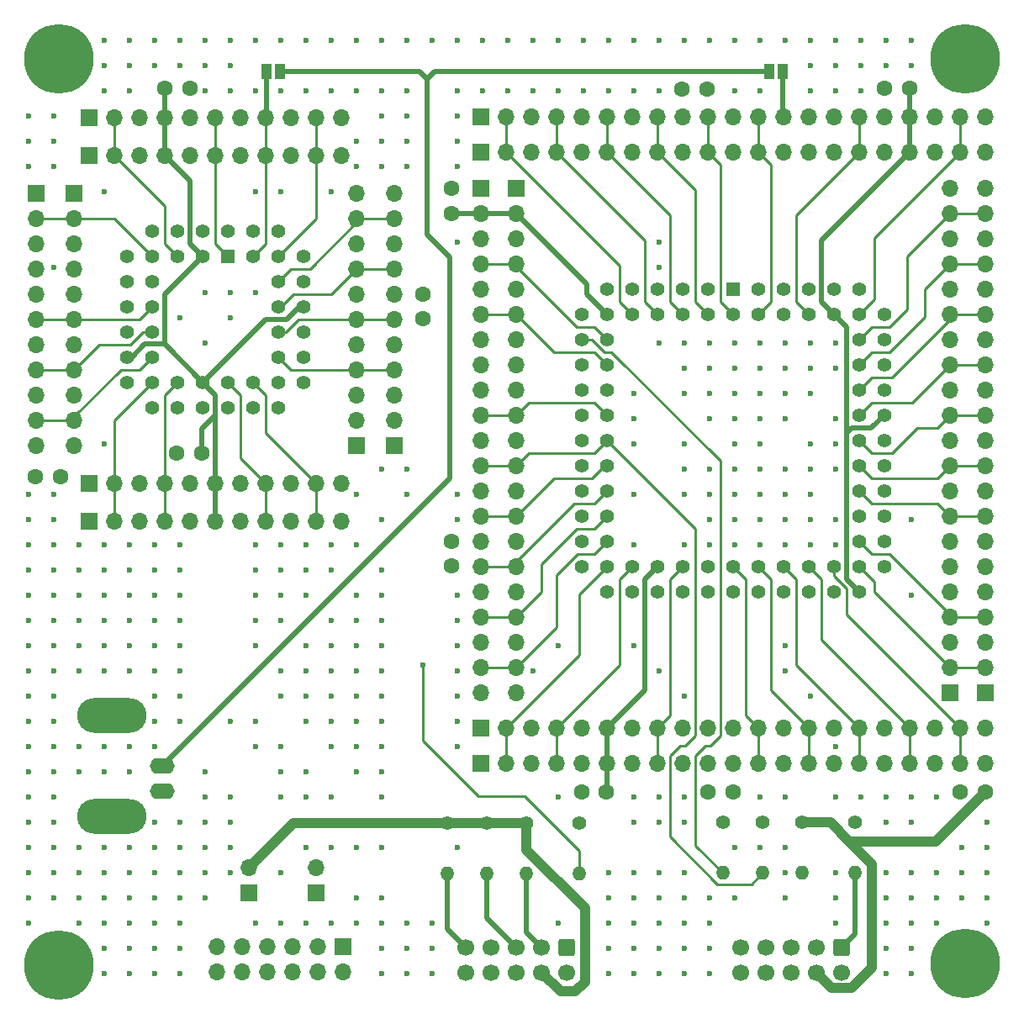
<source format=gbl>
G04 #@! TF.GenerationSoftware,KiCad,Pcbnew,8.0.3+1*
G04 #@! TF.CreationDate,2024-08-08T21:54:26+02:00*
G04 #@! TF.ProjectId,EpmDevBoard,45706d44-6576-4426-9f61-72642e6b6963,rev?*
G04 #@! TF.SameCoordinates,Original*
G04 #@! TF.FileFunction,Copper,L4,Bot*
G04 #@! TF.FilePolarity,Positive*
%FSLAX46Y46*%
G04 Gerber Fmt 4.6, Leading zero omitted, Abs format (unit mm)*
G04 Created by KiCad (PCBNEW 8.0.3+1) date 2024-08-08 21:54:26*
%MOMM*%
%LPD*%
G01*
G04 APERTURE LIST*
G04 Aperture macros list*
%AMRoundRect*
0 Rectangle with rounded corners*
0 $1 Rounding radius*
0 $2 $3 $4 $5 $6 $7 $8 $9 X,Y pos of 4 corners*
0 Add a 4 corners polygon primitive as box body*
4,1,4,$2,$3,$4,$5,$6,$7,$8,$9,$2,$3,0*
0 Add four circle primitives for the rounded corners*
1,1,$1+$1,$2,$3*
1,1,$1+$1,$4,$5*
1,1,$1+$1,$6,$7*
1,1,$1+$1,$8,$9*
0 Add four rect primitives between the rounded corners*
20,1,$1+$1,$2,$3,$4,$5,0*
20,1,$1+$1,$4,$5,$6,$7,0*
20,1,$1+$1,$6,$7,$8,$9,0*
20,1,$1+$1,$8,$9,$2,$3,0*%
G04 Aperture macros list end*
G04 #@! TA.AperFunction,ComponentPad*
%ADD10O,1.700000X1.700000*%
G04 #@! TD*
G04 #@! TA.AperFunction,ComponentPad*
%ADD11R,1.700000X1.700000*%
G04 #@! TD*
G04 #@! TA.AperFunction,ComponentPad*
%ADD12O,1.400000X1.400000*%
G04 #@! TD*
G04 #@! TA.AperFunction,ComponentPad*
%ADD13C,1.400000*%
G04 #@! TD*
G04 #@! TA.AperFunction,ComponentPad*
%ADD14C,7.000000*%
G04 #@! TD*
G04 #@! TA.AperFunction,ComponentPad*
%ADD15C,1.422400*%
G04 #@! TD*
G04 #@! TA.AperFunction,ComponentPad*
%ADD16R,1.422400X1.422400*%
G04 #@! TD*
G04 #@! TA.AperFunction,ComponentPad*
%ADD17C,1.600000*%
G04 #@! TD*
G04 #@! TA.AperFunction,ComponentPad*
%ADD18C,1.700000*%
G04 #@! TD*
G04 #@! TA.AperFunction,ComponentPad*
%ADD19RoundRect,0.250000X-0.600000X0.600000X-0.600000X-0.600000X0.600000X-0.600000X0.600000X0.600000X0*%
G04 #@! TD*
G04 #@! TA.AperFunction,ComponentPad*
%ADD20O,7.000000X3.500000*%
G04 #@! TD*
G04 #@! TA.AperFunction,ComponentPad*
%ADD21O,2.500000X1.600000*%
G04 #@! TD*
G04 #@! TA.AperFunction,SMDPad,CuDef*
%ADD22R,1.000000X1.500000*%
G04 #@! TD*
G04 #@! TA.AperFunction,ViaPad*
%ADD23C,0.600000*%
G04 #@! TD*
G04 #@! TA.AperFunction,Conductor*
%ADD24C,0.250000*%
G04 #@! TD*
G04 #@! TA.AperFunction,Conductor*
%ADD25C,0.500000*%
G04 #@! TD*
G04 #@! TA.AperFunction,Conductor*
%ADD26C,1.000000*%
G04 #@! TD*
G04 APERTURE END LIST*
D10*
X73406000Y-162418500D03*
D11*
X73406000Y-164958500D03*
D10*
X70206000Y-172933500D03*
X70206000Y-170393500D03*
X72746000Y-172933500D03*
X72746000Y-170393500D03*
X75286000Y-172933500D03*
X75286000Y-170393500D03*
X77826000Y-172933500D03*
X77826000Y-170393500D03*
X80366000Y-172933500D03*
X80366000Y-170393500D03*
X82906000Y-172933500D03*
D11*
X82906000Y-170393500D03*
D12*
X129131000Y-162953500D03*
D13*
X129131000Y-157873500D03*
D10*
X100296000Y-144762800D03*
X100296000Y-142222800D03*
X100296000Y-139682800D03*
X100296000Y-137142800D03*
X100296000Y-134602800D03*
X100296000Y-132062800D03*
X100296000Y-129522800D03*
X100296000Y-126982800D03*
X100296000Y-124442800D03*
X100296000Y-121902800D03*
X100296000Y-119362800D03*
X100296000Y-116822800D03*
X100296000Y-114282800D03*
X100296000Y-111742800D03*
X100296000Y-109202800D03*
X100296000Y-106662800D03*
X100296000Y-104122800D03*
X100296000Y-101582800D03*
X100296000Y-99042800D03*
X100296000Y-96502800D03*
D11*
X100296000Y-93962800D03*
D10*
X55810000Y-119865000D03*
X55810000Y-117325000D03*
X55810000Y-114785000D03*
X55810000Y-112245000D03*
X55810000Y-109705000D03*
X55810000Y-107165000D03*
X55810000Y-104625000D03*
X55810000Y-102085000D03*
X55810000Y-99545000D03*
X55810000Y-97005000D03*
D11*
X55810000Y-94465000D03*
D14*
X54300000Y-81000000D03*
D15*
X71304000Y-98275000D03*
X73844000Y-100815000D03*
X73844000Y-98275000D03*
X76384000Y-100815000D03*
X76384000Y-98275000D03*
X78924000Y-100815000D03*
X76384000Y-103355000D03*
X78924000Y-103355000D03*
X76384000Y-105895000D03*
X78924000Y-105895000D03*
X76384000Y-108435000D03*
X78924000Y-108435000D03*
X76384000Y-110975000D03*
X78924000Y-110975000D03*
X76384000Y-113515000D03*
X78924000Y-113515000D03*
X76384000Y-116055000D03*
X73844000Y-113515000D03*
X73844000Y-116055000D03*
X71304000Y-113515000D03*
X71304000Y-116055000D03*
X68764000Y-113515000D03*
X68764000Y-116055000D03*
X66224000Y-113515000D03*
X66224000Y-116055000D03*
X63684000Y-113515000D03*
X63684000Y-116055000D03*
X61144000Y-113515000D03*
X63684000Y-110975000D03*
X61144000Y-110975000D03*
X63684000Y-108435000D03*
X61144000Y-108435000D03*
X63684000Y-105895000D03*
X61144000Y-105895000D03*
X63684000Y-103355000D03*
X61144000Y-103355000D03*
X63684000Y-100815000D03*
X61144000Y-100815000D03*
X63684000Y-98275000D03*
X66224000Y-100815000D03*
X66224000Y-98275000D03*
X68764000Y-100815000D03*
X68764000Y-98275000D03*
D16*
X71304000Y-100815000D03*
D10*
X82734000Y-90655000D03*
X80194000Y-90655000D03*
X77654000Y-90655000D03*
X75114000Y-90655000D03*
X72574000Y-90655000D03*
X70034000Y-90655000D03*
X67494000Y-90655000D03*
X64954000Y-90655000D03*
X62414000Y-90655000D03*
X59874000Y-90655000D03*
D11*
X57334000Y-90655000D03*
D10*
X147540000Y-93962800D03*
X147540000Y-96502800D03*
X147540000Y-99042800D03*
X147540000Y-101582800D03*
X147540000Y-104122800D03*
X147540000Y-106662800D03*
X147540000Y-109202800D03*
X147540000Y-111742800D03*
X147540000Y-114282800D03*
X147540000Y-116822800D03*
X147540000Y-119362800D03*
X147540000Y-121902800D03*
X147540000Y-124442800D03*
X147540000Y-126982800D03*
X147540000Y-129522800D03*
X147540000Y-132062800D03*
X147540000Y-134602800D03*
X147540000Y-137142800D03*
X147540000Y-139682800D03*
X147540000Y-142222800D03*
D11*
X147540000Y-144762800D03*
D17*
X54400000Y-123025000D03*
X51900000Y-123025000D03*
D14*
X145500000Y-172100000D03*
D17*
X137425000Y-83925000D03*
X139925000Y-83925000D03*
X90932000Y-107125000D03*
X90932000Y-104625000D03*
D10*
X82734000Y-86845000D03*
X80194000Y-86845000D03*
X77654000Y-86845000D03*
X75114000Y-86845000D03*
X72574000Y-86845000D03*
X70034000Y-86845000D03*
X67494000Y-86845000D03*
X64954000Y-86845000D03*
X62414000Y-86845000D03*
X59874000Y-86845000D03*
D11*
X57334000Y-86845000D03*
D12*
X125131000Y-162953500D03*
D13*
X125131000Y-157873500D03*
D10*
X147540000Y-148318800D03*
X145000000Y-148318800D03*
X142460000Y-148318800D03*
X139920000Y-148318800D03*
X137380000Y-148318800D03*
X134840000Y-148318800D03*
X132300000Y-148318800D03*
X129760000Y-148318800D03*
X127220000Y-148318800D03*
X124680000Y-148318800D03*
X122140000Y-148318800D03*
X119600000Y-148318800D03*
X117060000Y-148318800D03*
X114520000Y-148318800D03*
X111980000Y-148318800D03*
X109440000Y-148318800D03*
X106900000Y-148318800D03*
X104360000Y-148318800D03*
X101820000Y-148318800D03*
X99280000Y-148318800D03*
D11*
X96740000Y-148318800D03*
D17*
X119650000Y-154750000D03*
X122150000Y-154750000D03*
D12*
X97381000Y-163013500D03*
D13*
X97381000Y-157933500D03*
D17*
X93800000Y-132025000D03*
X93800000Y-129525000D03*
D12*
X134431000Y-162953500D03*
D13*
X134431000Y-157873500D03*
D10*
X84258000Y-94465000D03*
X84258000Y-97005000D03*
X84258000Y-99545000D03*
X84258000Y-102085000D03*
X84258000Y-104625000D03*
X84258000Y-107165000D03*
X84258000Y-109705000D03*
X84258000Y-112245000D03*
X84258000Y-114785000D03*
X84258000Y-117325000D03*
D11*
X84258000Y-119865000D03*
D10*
X96740000Y-144762800D03*
X96740000Y-142222800D03*
X96740000Y-139682800D03*
X96740000Y-137142800D03*
X96740000Y-134602800D03*
X96740000Y-132062800D03*
X96740000Y-129522800D03*
X96740000Y-126982800D03*
X96740000Y-124442800D03*
X96740000Y-121902800D03*
X96740000Y-119362800D03*
X96740000Y-116822800D03*
X96740000Y-114282800D03*
X96740000Y-111742800D03*
X96740000Y-109202800D03*
X96740000Y-106662800D03*
X96740000Y-104122800D03*
X96740000Y-101582800D03*
X96740000Y-99042800D03*
X96740000Y-96502800D03*
D11*
X96740000Y-93962800D03*
D10*
X147540000Y-86800000D03*
X145000000Y-86800000D03*
X142460000Y-86800000D03*
X139920000Y-86800000D03*
X137380000Y-86800000D03*
X134840000Y-86800000D03*
X132300000Y-86800000D03*
X129760000Y-86800000D03*
X127220000Y-86800000D03*
X124680000Y-86800000D03*
X122140000Y-86800000D03*
X119600000Y-86800000D03*
X117060000Y-86800000D03*
X114520000Y-86800000D03*
X111980000Y-86800000D03*
X109440000Y-86800000D03*
X106900000Y-86800000D03*
X104360000Y-86800000D03*
X101820000Y-86800000D03*
X99280000Y-86800000D03*
D11*
X96740000Y-86800000D03*
D12*
X121131000Y-162953500D03*
D13*
X121131000Y-157873500D03*
D17*
X119550000Y-83975000D03*
X117050000Y-83975000D03*
X67450000Y-83925000D03*
X64950000Y-83925000D03*
X93775000Y-94000000D03*
X93775000Y-96500000D03*
X106925000Y-154775000D03*
X109425000Y-154775000D03*
D10*
X52000000Y-119865000D03*
X52000000Y-117325000D03*
X52000000Y-114785000D03*
X52000000Y-112245000D03*
X52000000Y-109705000D03*
X52000000Y-107165000D03*
X52000000Y-104625000D03*
X52000000Y-102085000D03*
X52000000Y-99545000D03*
X52000000Y-97005000D03*
D11*
X52000000Y-94465000D03*
D14*
X145500000Y-81000000D03*
D12*
X93381000Y-163013500D03*
D13*
X93381000Y-157933500D03*
D12*
X101381000Y-163003500D03*
D13*
X101381000Y-157923500D03*
D10*
X82734000Y-123675000D03*
X80194000Y-123675000D03*
X77654000Y-123675000D03*
X75114000Y-123675000D03*
X72574000Y-123675000D03*
X70034000Y-123675000D03*
X67494000Y-123675000D03*
X64954000Y-123675000D03*
X62414000Y-123675000D03*
X59874000Y-123675000D03*
D11*
X57334000Y-123675000D03*
D15*
X124680000Y-106662800D03*
X124680000Y-104122800D03*
X127220000Y-106662800D03*
X127220000Y-104122800D03*
X129760000Y-106662800D03*
X129760000Y-104122800D03*
X132300000Y-106662800D03*
X132300000Y-104122800D03*
X134840000Y-106662800D03*
X134840000Y-104122800D03*
X137380000Y-106662800D03*
X134840000Y-109202800D03*
X137380000Y-109202800D03*
X134840000Y-111742800D03*
X137380000Y-111742800D03*
X134840000Y-114282800D03*
X137380000Y-114282800D03*
X134840000Y-116822800D03*
X137380000Y-116822800D03*
X134840000Y-119362800D03*
X137380000Y-119362800D03*
X134840000Y-121902800D03*
X137380000Y-121902800D03*
X134840000Y-124442800D03*
X137380000Y-124442800D03*
X134840000Y-126982800D03*
X137380000Y-126982800D03*
X134840000Y-129522800D03*
X137380000Y-129522800D03*
X134840000Y-132062800D03*
X137380000Y-132062800D03*
X134840000Y-134602800D03*
X132300000Y-132062800D03*
X132300000Y-134602800D03*
X129760000Y-132062800D03*
X129760000Y-134602800D03*
X127220000Y-132062800D03*
X127220000Y-134602800D03*
X124680000Y-132062800D03*
X124680000Y-134602800D03*
X122140000Y-132062800D03*
X122140000Y-134602800D03*
X119600000Y-132062800D03*
X119600000Y-134602800D03*
X117060000Y-132062800D03*
X117060000Y-134602800D03*
X114520000Y-132062800D03*
X114520000Y-134602800D03*
X111980000Y-132062800D03*
X111980000Y-134602800D03*
X109440000Y-132062800D03*
X109440000Y-134602800D03*
X106900000Y-132062800D03*
X109440000Y-129522800D03*
X106900000Y-129522800D03*
X109440000Y-126982800D03*
X106900000Y-126982800D03*
X109440000Y-124442800D03*
X106900000Y-124442800D03*
X109440000Y-121902800D03*
X106900000Y-121902800D03*
X109440000Y-119362800D03*
X106900000Y-119362800D03*
X109440000Y-116822800D03*
X106900000Y-116822800D03*
X109440000Y-114282800D03*
X106900000Y-114282800D03*
X109440000Y-111742800D03*
X106900000Y-111742800D03*
X109440000Y-109202800D03*
X106900000Y-109202800D03*
X109440000Y-106662800D03*
X106900000Y-106662800D03*
X109440000Y-104122800D03*
X111980000Y-106662800D03*
X111980000Y-104122800D03*
X114520000Y-106662800D03*
X114520000Y-104122800D03*
X117060000Y-106662800D03*
X117060000Y-104122800D03*
X119600000Y-106662800D03*
X119600000Y-104122800D03*
X122140000Y-106662800D03*
D16*
X122140000Y-104122800D03*
D12*
X106681000Y-163013500D03*
D13*
X106681000Y-157933500D03*
D10*
X80156000Y-162418500D03*
D11*
X80156000Y-164958500D03*
D17*
X66150000Y-120625000D03*
X68650000Y-120625000D03*
D18*
X95256000Y-172983500D03*
X95256000Y-170443500D03*
X97796000Y-172983500D03*
X97796000Y-170443500D03*
X100336000Y-172983500D03*
X100336000Y-170443500D03*
X102876000Y-172983500D03*
X102876000Y-170443500D03*
X105416000Y-172983500D03*
D19*
X105416000Y-170443500D03*
D10*
X88068000Y-94465000D03*
X88068000Y-97005000D03*
X88068000Y-99545000D03*
X88068000Y-102085000D03*
X88068000Y-104625000D03*
X88068000Y-107165000D03*
X88068000Y-109705000D03*
X88068000Y-112245000D03*
X88068000Y-114785000D03*
X88068000Y-117325000D03*
D11*
X88068000Y-119865000D03*
D10*
X143984000Y-93962800D03*
X143984000Y-96502800D03*
X143984000Y-99042800D03*
X143984000Y-101582800D03*
X143984000Y-104122800D03*
X143984000Y-106662800D03*
X143984000Y-109202800D03*
X143984000Y-111742800D03*
X143984000Y-114282800D03*
X143984000Y-116822800D03*
X143984000Y-119362800D03*
X143984000Y-121902800D03*
X143984000Y-124442800D03*
X143984000Y-126982800D03*
X143984000Y-129522800D03*
X143984000Y-132062800D03*
X143984000Y-134602800D03*
X143984000Y-137142800D03*
X143984000Y-139682800D03*
X143984000Y-142222800D03*
D11*
X143984000Y-144762800D03*
D10*
X147540000Y-90356000D03*
X145000000Y-90356000D03*
X142460000Y-90356000D03*
X139920000Y-90356000D03*
X137380000Y-90356000D03*
X134840000Y-90356000D03*
X132300000Y-90356000D03*
X129760000Y-90356000D03*
X127220000Y-90356000D03*
X124680000Y-90356000D03*
X122140000Y-90356000D03*
X119600000Y-90356000D03*
X117060000Y-90356000D03*
X114520000Y-90356000D03*
X111980000Y-90356000D03*
X109440000Y-90356000D03*
X106900000Y-90356000D03*
X104360000Y-90356000D03*
X101820000Y-90356000D03*
X99280000Y-90356000D03*
D11*
X96740000Y-90356000D03*
D18*
X122936000Y-172983500D03*
X122936000Y-170443500D03*
X125476000Y-172983500D03*
X125476000Y-170443500D03*
X128016000Y-172983500D03*
X128016000Y-170443500D03*
X130556000Y-172983500D03*
X130556000Y-170443500D03*
X133096000Y-172983500D03*
D19*
X133096000Y-170443500D03*
D14*
X54300000Y-172200000D03*
D20*
X59645000Y-147066000D03*
D21*
X64725000Y-154686000D03*
D20*
X59645000Y-157226000D03*
D21*
X64725000Y-152146000D03*
D17*
X145050000Y-154800000D03*
X147550000Y-154800000D03*
D10*
X147540000Y-151874800D03*
X145000000Y-151874800D03*
X142460000Y-151874800D03*
X139920000Y-151874800D03*
X137380000Y-151874800D03*
X134840000Y-151874800D03*
X132300000Y-151874800D03*
X129760000Y-151874800D03*
X127220000Y-151874800D03*
X124680000Y-151874800D03*
X122140000Y-151874800D03*
X119600000Y-151874800D03*
X117060000Y-151874800D03*
X114520000Y-151874800D03*
X111980000Y-151874800D03*
X109440000Y-151874800D03*
X106900000Y-151874800D03*
X104360000Y-151874800D03*
X101820000Y-151874800D03*
X99280000Y-151874800D03*
D11*
X96740000Y-151874800D03*
D10*
X82734000Y-127485000D03*
X80194000Y-127485000D03*
X77654000Y-127485000D03*
X75114000Y-127485000D03*
X72574000Y-127485000D03*
X70034000Y-127485000D03*
X67494000Y-127485000D03*
X64954000Y-127485000D03*
X62414000Y-127485000D03*
X59874000Y-127485000D03*
D11*
X57334000Y-127485000D03*
D22*
X76500000Y-82250000D03*
X75200000Y-82250000D03*
X125850000Y-82250000D03*
X127150000Y-82250000D03*
D23*
X147740000Y-168015000D03*
X147740000Y-165475000D03*
X147740000Y-162935000D03*
X147740000Y-160395000D03*
X147740000Y-157855000D03*
X145200000Y-165475000D03*
X145200000Y-162935000D03*
X145200000Y-160395000D03*
X142660000Y-168015000D03*
X142660000Y-165475000D03*
X142660000Y-162935000D03*
X142660000Y-155315000D03*
X140120000Y-173095000D03*
X140120000Y-170555000D03*
X140120000Y-168015000D03*
X140120000Y-165475000D03*
X140120000Y-162935000D03*
X140120000Y-157855000D03*
X140120000Y-155315000D03*
X140120000Y-134995000D03*
X140120000Y-127375000D03*
X140120000Y-81655000D03*
X140120000Y-79115000D03*
X137580000Y-173095000D03*
X137580000Y-170555000D03*
X137580000Y-168015000D03*
X137580000Y-165475000D03*
X137580000Y-162935000D03*
X137580000Y-157855000D03*
X137580000Y-155315000D03*
X137580000Y-81655000D03*
X137580000Y-79115000D03*
X135040000Y-155315000D03*
X135040000Y-84195000D03*
X135040000Y-81655000D03*
X135040000Y-79115000D03*
X132500000Y-168015000D03*
X132500000Y-165475000D03*
X132500000Y-162935000D03*
X132500000Y-155315000D03*
X132500000Y-150235000D03*
X132500000Y-129915000D03*
X132500000Y-127375000D03*
X132500000Y-122295000D03*
X132500000Y-119755000D03*
X132500000Y-117215000D03*
X132500000Y-112135000D03*
X132500000Y-109595000D03*
X132500000Y-84195000D03*
X132500000Y-81655000D03*
X132500000Y-79115000D03*
X129960000Y-145155000D03*
X129960000Y-129915000D03*
X129960000Y-127375000D03*
X129960000Y-124835000D03*
X129960000Y-122295000D03*
X129960000Y-119755000D03*
X129960000Y-114675000D03*
X129960000Y-112135000D03*
X129960000Y-109595000D03*
X129960000Y-84195000D03*
X129960000Y-81655000D03*
X129960000Y-79115000D03*
X127420000Y-165475000D03*
X127420000Y-162935000D03*
X127420000Y-160395000D03*
X127420000Y-155315000D03*
X127420000Y-142615000D03*
X127420000Y-140075000D03*
X127420000Y-129915000D03*
X127420000Y-127375000D03*
X127420000Y-124835000D03*
X127420000Y-122295000D03*
X127420000Y-117215000D03*
X127420000Y-114675000D03*
X127420000Y-112135000D03*
X127420000Y-109595000D03*
X127420000Y-79115000D03*
X124880000Y-160395000D03*
X124880000Y-155315000D03*
X124880000Y-129915000D03*
X124880000Y-127375000D03*
X124880000Y-124835000D03*
X124880000Y-122295000D03*
X124880000Y-119755000D03*
X124880000Y-117215000D03*
X124880000Y-114675000D03*
X124880000Y-112135000D03*
X124880000Y-109595000D03*
X124880000Y-84195000D03*
X124880000Y-79115000D03*
X122340000Y-165475000D03*
X122340000Y-160395000D03*
X122340000Y-129915000D03*
X122340000Y-127375000D03*
X122340000Y-124835000D03*
X122340000Y-122295000D03*
X122340000Y-119755000D03*
X122340000Y-117215000D03*
X122340000Y-114675000D03*
X122340000Y-112135000D03*
X122340000Y-109595000D03*
X122340000Y-84195000D03*
X122340000Y-79115000D03*
X119800000Y-173095000D03*
X119800000Y-170555000D03*
X119800000Y-168015000D03*
X119800000Y-165475000D03*
X119800000Y-129915000D03*
X119800000Y-127375000D03*
X119800000Y-124835000D03*
X119800000Y-122295000D03*
X119800000Y-117215000D03*
X119800000Y-114675000D03*
X119800000Y-112135000D03*
X119800000Y-109595000D03*
X119800000Y-79115000D03*
X117260000Y-173095000D03*
X117260000Y-170555000D03*
X117260000Y-168015000D03*
X117260000Y-165475000D03*
X117260000Y-162935000D03*
X117260000Y-157855000D03*
X117260000Y-155315000D03*
X117260000Y-145155000D03*
X117260000Y-129915000D03*
X117260000Y-124835000D03*
X117260000Y-122295000D03*
X117260000Y-119755000D03*
X117260000Y-114675000D03*
X117260000Y-112135000D03*
X117260000Y-109595000D03*
X117260000Y-79115000D03*
X114720000Y-173095000D03*
X114720000Y-170555000D03*
X114720000Y-168015000D03*
X114720000Y-165475000D03*
X114720000Y-162935000D03*
X114720000Y-157855000D03*
X114720000Y-155315000D03*
X114720000Y-142615000D03*
X114720000Y-109595000D03*
X114720000Y-101975000D03*
X114720000Y-99435000D03*
X114720000Y-84195000D03*
X114720000Y-79115000D03*
X112180000Y-173095000D03*
X112180000Y-170555000D03*
X112180000Y-168015000D03*
X112180000Y-165475000D03*
X112180000Y-162935000D03*
X112180000Y-157855000D03*
X112180000Y-155315000D03*
X112180000Y-140075000D03*
X112180000Y-129915000D03*
X112180000Y-124835000D03*
X112180000Y-119755000D03*
X112180000Y-117215000D03*
X112180000Y-114675000D03*
X112180000Y-84195000D03*
X112180000Y-79115000D03*
X109640000Y-173095000D03*
X109640000Y-170555000D03*
X109640000Y-168015000D03*
X109640000Y-165475000D03*
X109640000Y-162935000D03*
X109640000Y-84195000D03*
X109640000Y-79115000D03*
X107100000Y-84195000D03*
X107100000Y-79115000D03*
X104560000Y-168015000D03*
X104560000Y-155315000D03*
X104560000Y-140075000D03*
X104560000Y-84195000D03*
X104560000Y-79115000D03*
X102020000Y-142615000D03*
X102020000Y-84195000D03*
X102020000Y-79115000D03*
X99480000Y-84195000D03*
X99480000Y-79115000D03*
X96940000Y-84195000D03*
X96940000Y-79115000D03*
X94400000Y-160395000D03*
X94400000Y-150235000D03*
X94400000Y-147695000D03*
X94400000Y-145155000D03*
X94400000Y-142615000D03*
X94400000Y-140075000D03*
X94400000Y-137535000D03*
X94400000Y-134995000D03*
X94400000Y-127375000D03*
X94400000Y-124835000D03*
X94400000Y-99435000D03*
X94400000Y-91815000D03*
X94400000Y-89275000D03*
X94400000Y-86735000D03*
X94400000Y-84195000D03*
X94400000Y-79115000D03*
X91860000Y-173095000D03*
X91860000Y-170555000D03*
X91860000Y-168015000D03*
X91860000Y-79115000D03*
X89320000Y-173095000D03*
X89320000Y-170555000D03*
X89320000Y-168015000D03*
X89320000Y-124835000D03*
X89320000Y-122295000D03*
X89320000Y-91815000D03*
X89320000Y-89275000D03*
X89320000Y-86735000D03*
X89320000Y-84195000D03*
X89320000Y-79115000D03*
X86780000Y-173095000D03*
X86780000Y-170555000D03*
X86780000Y-168015000D03*
X86780000Y-165475000D03*
X86780000Y-160395000D03*
X86780000Y-155315000D03*
X86780000Y-152775000D03*
X86780000Y-150235000D03*
X86780000Y-147695000D03*
X86780000Y-145155000D03*
X86780000Y-142615000D03*
X86780000Y-140075000D03*
X86780000Y-137535000D03*
X86780000Y-134995000D03*
X86780000Y-132455000D03*
X86780000Y-127375000D03*
X86780000Y-122295000D03*
X86780000Y-91815000D03*
X86780000Y-89275000D03*
X86780000Y-86735000D03*
X86780000Y-84195000D03*
X86780000Y-79115000D03*
X84240000Y-168015000D03*
X84240000Y-165475000D03*
X84240000Y-160395000D03*
X84240000Y-152775000D03*
X84240000Y-150235000D03*
X84240000Y-147695000D03*
X84240000Y-145155000D03*
X84240000Y-142615000D03*
X84240000Y-140075000D03*
X84240000Y-137535000D03*
X84240000Y-134995000D03*
X84240000Y-129915000D03*
X84240000Y-124835000D03*
X84240000Y-91815000D03*
X84240000Y-89275000D03*
X84240000Y-84195000D03*
X84240000Y-79115000D03*
X81700000Y-168015000D03*
X81700000Y-160395000D03*
X81700000Y-155315000D03*
X81700000Y-150235000D03*
X81700000Y-147695000D03*
X81700000Y-145155000D03*
X81700000Y-142615000D03*
X81700000Y-140075000D03*
X81700000Y-137535000D03*
X81700000Y-132455000D03*
X81700000Y-129915000D03*
X81700000Y-94355000D03*
X81700000Y-84195000D03*
X81700000Y-79115000D03*
X79160000Y-168015000D03*
X79160000Y-160395000D03*
X79160000Y-155315000D03*
X79160000Y-152775000D03*
X79160000Y-147695000D03*
X79160000Y-145155000D03*
X79160000Y-142615000D03*
X79160000Y-140075000D03*
X79160000Y-134995000D03*
X79160000Y-132455000D03*
X79160000Y-129915000D03*
X79160000Y-84195000D03*
X79160000Y-79115000D03*
X76620000Y-168015000D03*
X76620000Y-162935000D03*
X76620000Y-155315000D03*
X76620000Y-152775000D03*
X76620000Y-150235000D03*
X76620000Y-145155000D03*
X76620000Y-142615000D03*
X76620000Y-137535000D03*
X76620000Y-134995000D03*
X76620000Y-132455000D03*
X76620000Y-129915000D03*
X76620000Y-94355000D03*
X76620000Y-84195000D03*
X76620000Y-79115000D03*
X74080000Y-168015000D03*
X74080000Y-150235000D03*
X74080000Y-147695000D03*
X74080000Y-140075000D03*
X74080000Y-137535000D03*
X74080000Y-134995000D03*
X74080000Y-132455000D03*
X74080000Y-129915000D03*
X74080000Y-104515000D03*
X74080000Y-94355000D03*
X74080000Y-84195000D03*
X74080000Y-79115000D03*
X71540000Y-162935000D03*
X71540000Y-160395000D03*
X71540000Y-157855000D03*
X71540000Y-155315000D03*
X71540000Y-147695000D03*
X71540000Y-107055000D03*
X71540000Y-104515000D03*
X71540000Y-84195000D03*
X71540000Y-81655000D03*
X71540000Y-79115000D03*
X69000000Y-165475000D03*
X69000000Y-162935000D03*
X69000000Y-160395000D03*
X69000000Y-157855000D03*
X69000000Y-155315000D03*
X69000000Y-152775000D03*
X69000000Y-109595000D03*
X69000000Y-104515000D03*
X69000000Y-84195000D03*
X69000000Y-81655000D03*
X69000000Y-79115000D03*
X66460000Y-173095000D03*
X66460000Y-170555000D03*
X66460000Y-168015000D03*
X66460000Y-165475000D03*
X66460000Y-162935000D03*
X66460000Y-160395000D03*
X66460000Y-157855000D03*
X66460000Y-147695000D03*
X66460000Y-145155000D03*
X66460000Y-142615000D03*
X66460000Y-140075000D03*
X66460000Y-137535000D03*
X66460000Y-134995000D03*
X66460000Y-132455000D03*
X66460000Y-129915000D03*
X66460000Y-107055000D03*
X66460000Y-81655000D03*
X66460000Y-79115000D03*
X63920000Y-173095000D03*
X63920000Y-170555000D03*
X63920000Y-168015000D03*
X63920000Y-165475000D03*
X63920000Y-162935000D03*
X63920000Y-160395000D03*
X63920000Y-157855000D03*
X63920000Y-150235000D03*
X63920000Y-147695000D03*
X63920000Y-145155000D03*
X63920000Y-142615000D03*
X63920000Y-140075000D03*
X63920000Y-137535000D03*
X63920000Y-134995000D03*
X63920000Y-132455000D03*
X63920000Y-129915000D03*
X63920000Y-81655000D03*
X63920000Y-79115000D03*
X61380000Y-173095000D03*
X61380000Y-170555000D03*
X61380000Y-168015000D03*
X61380000Y-165475000D03*
X61380000Y-162935000D03*
X61380000Y-160395000D03*
X61380000Y-152775000D03*
X61380000Y-150235000D03*
X61380000Y-142615000D03*
X61380000Y-140075000D03*
X61380000Y-137535000D03*
X61380000Y-134995000D03*
X61380000Y-132455000D03*
X61380000Y-129915000D03*
X61380000Y-84195000D03*
X61380000Y-81655000D03*
X61380000Y-79115000D03*
X58840000Y-173095000D03*
X58840000Y-170555000D03*
X58840000Y-168015000D03*
X58840000Y-165475000D03*
X58840000Y-162935000D03*
X58840000Y-160395000D03*
X58840000Y-152775000D03*
X58840000Y-150235000D03*
X58840000Y-142615000D03*
X58840000Y-140075000D03*
X58840000Y-137535000D03*
X58840000Y-134995000D03*
X58840000Y-132455000D03*
X58840000Y-129915000D03*
X58840000Y-119755000D03*
X58840000Y-94355000D03*
X58840000Y-84195000D03*
X58840000Y-81655000D03*
X58840000Y-79115000D03*
X56300000Y-168015000D03*
X56300000Y-165475000D03*
X56300000Y-162935000D03*
X56300000Y-160395000D03*
X56300000Y-152775000D03*
X56300000Y-150235000D03*
X56300000Y-142615000D03*
X56300000Y-140075000D03*
X56300000Y-137535000D03*
X56300000Y-134995000D03*
X56300000Y-132455000D03*
X56300000Y-129915000D03*
X53760000Y-165475000D03*
X53760000Y-162935000D03*
X53760000Y-160395000D03*
X53760000Y-157855000D03*
X53760000Y-155315000D03*
X53760000Y-152775000D03*
X53760000Y-150235000D03*
X53760000Y-147695000D03*
X53760000Y-145155000D03*
X53760000Y-142615000D03*
X53760000Y-140075000D03*
X53760000Y-137535000D03*
X53760000Y-134995000D03*
X53760000Y-132455000D03*
X53760000Y-129915000D03*
X53760000Y-127375000D03*
X53760000Y-124835000D03*
X53760000Y-101975000D03*
X53760000Y-91815000D03*
X53760000Y-89275000D03*
X53760000Y-86735000D03*
X51220000Y-168015000D03*
X51220000Y-165475000D03*
X51220000Y-162935000D03*
X51220000Y-160395000D03*
X51220000Y-157855000D03*
X51220000Y-155315000D03*
X51220000Y-152775000D03*
X51220000Y-150235000D03*
X51220000Y-147695000D03*
X51220000Y-145155000D03*
X51220000Y-142615000D03*
X51220000Y-140075000D03*
X51220000Y-137535000D03*
X51220000Y-134995000D03*
X51220000Y-132455000D03*
X51220000Y-129915000D03*
X51220000Y-127375000D03*
X51220000Y-124835000D03*
X51220000Y-91815000D03*
X51220000Y-89275000D03*
X51220000Y-86735000D03*
X90932000Y-141986000D03*
D24*
X64954000Y-95735000D02*
X59874000Y-90655000D01*
X64954000Y-99545000D02*
X64954000Y-95735000D01*
X66224000Y-100815000D02*
X64954000Y-99545000D01*
X59874000Y-90655000D02*
X59874000Y-86845000D01*
X71304000Y-100815000D02*
X70034000Y-99545000D01*
X70034000Y-90655000D02*
X70034000Y-86845000D01*
X70034000Y-99545000D02*
X70034000Y-90655000D01*
X80194000Y-97005000D02*
X80194000Y-90655000D01*
X80194000Y-90655000D02*
X80194000Y-86845000D01*
X76384000Y-100815000D02*
X80194000Y-97005000D01*
X55810000Y-97005000D02*
X52000000Y-97005000D01*
X63684000Y-100815000D02*
X59874000Y-97005000D01*
X59874000Y-97005000D02*
X55810000Y-97005000D01*
X55810000Y-117325000D02*
X52000000Y-117325000D01*
X62414000Y-112245000D02*
X60509000Y-112245000D01*
X63684000Y-110975000D02*
X62414000Y-112245000D01*
X60509000Y-112245000D02*
X55810000Y-116944000D01*
X55810000Y-116944000D02*
X55810000Y-117325000D01*
X63684000Y-108435000D02*
X62765000Y-108435000D01*
X62765000Y-108435000D02*
X61495000Y-109705000D01*
X58350000Y-109705000D02*
X55810000Y-112245000D01*
X55810000Y-112245000D02*
X52000000Y-112245000D01*
X61495000Y-109705000D02*
X58350000Y-109705000D01*
X62414000Y-107165000D02*
X55810000Y-107165000D01*
X55810000Y-107165000D02*
X52000000Y-107165000D01*
X63684000Y-105895000D02*
X62414000Y-107165000D01*
X76638000Y-105895000D02*
X77908000Y-104625000D01*
X77908000Y-104625000D02*
X81718000Y-104625000D01*
X76384000Y-105895000D02*
X76638000Y-105895000D01*
X81718000Y-104625000D02*
X84258000Y-102085000D01*
X84258000Y-102085000D02*
X88068000Y-102085000D01*
X77165000Y-108435000D02*
X78435000Y-107165000D01*
X78435000Y-107165000D02*
X84258000Y-107165000D01*
X84258000Y-107165000D02*
X88068000Y-107165000D01*
X76384000Y-108435000D02*
X77165000Y-108435000D01*
X66224000Y-113515000D02*
X64954000Y-114785000D01*
X64954000Y-114785000D02*
X64954000Y-123675000D01*
X64954000Y-127485000D02*
X64954000Y-123675000D01*
X63684000Y-113515000D02*
X59874000Y-117325000D01*
X59874000Y-117325000D02*
X59874000Y-123675000D01*
X59874000Y-123675000D02*
X59874000Y-127485000D01*
X75114000Y-114785000D02*
X75114000Y-118595000D01*
X80194000Y-127485000D02*
X80194000Y-123675000D01*
X73844000Y-113515000D02*
X75114000Y-114785000D01*
X75114000Y-118595000D02*
X80194000Y-123675000D01*
X72574000Y-121135000D02*
X75114000Y-123675000D01*
X75114000Y-123675000D02*
X75114000Y-127485000D01*
X72574000Y-114785000D02*
X72574000Y-121135000D01*
X71304000Y-113515000D02*
X72574000Y-114785000D01*
X128490000Y-105392800D02*
X128490000Y-96706000D01*
X128490000Y-96706000D02*
X134840000Y-90356000D01*
X134840000Y-90356000D02*
X134840000Y-86800000D01*
X129760000Y-106662800D02*
X128490000Y-105392800D01*
X122140000Y-106662800D02*
X120870000Y-105392800D01*
X119600000Y-90356000D02*
X119600000Y-86800000D01*
X120870000Y-91626000D02*
X119600000Y-90356000D01*
X120870000Y-105392800D02*
X120870000Y-91626000D01*
X118330000Y-94166000D02*
X114520000Y-90356000D01*
X118330000Y-105392800D02*
X118330000Y-94166000D01*
X114520000Y-90356000D02*
X114520000Y-86800000D01*
X119600000Y-106662800D02*
X118330000Y-105392800D01*
X124680000Y-106662800D02*
X125950000Y-105392800D01*
X125950000Y-91626000D02*
X124680000Y-90356000D01*
X125950000Y-105392800D02*
X125950000Y-91626000D01*
X124680000Y-90356000D02*
X124680000Y-86800000D01*
X113250000Y-99246000D02*
X104360000Y-90356000D01*
X113250000Y-105392800D02*
X113250000Y-99246000D01*
X114520000Y-106662800D02*
X113250000Y-105392800D01*
X104360000Y-90356000D02*
X104360000Y-86800000D01*
X136364000Y-105138800D02*
X136364000Y-98992000D01*
X136364000Y-98992000D02*
X145000000Y-90356000D01*
X134840000Y-106662800D02*
X136364000Y-105138800D01*
X145000000Y-90356000D02*
X145000000Y-86800000D01*
X115790000Y-105392800D02*
X115790000Y-96706000D01*
X117060000Y-106662800D02*
X115790000Y-105392800D01*
X109440000Y-90356000D02*
X109440000Y-86800000D01*
X115790000Y-96706000D02*
X109440000Y-90356000D01*
X110710000Y-105392800D02*
X110710000Y-101786000D01*
X99280000Y-90356000D02*
X99280000Y-86800000D01*
X111980000Y-106662800D02*
X110710000Y-105392800D01*
X110710000Y-101786000D02*
X99280000Y-90356000D01*
X100296000Y-126982800D02*
X96740000Y-126982800D01*
X109186000Y-121902800D02*
X107916000Y-123172800D01*
X104106000Y-123172800D02*
X100296000Y-126982800D01*
X107916000Y-123172800D02*
X104106000Y-123172800D01*
X109440000Y-121902800D02*
X109186000Y-121902800D01*
X104106000Y-110472800D02*
X100296000Y-106662800D01*
X100296000Y-106662800D02*
X96740000Y-106662800D01*
X108170000Y-110472800D02*
X104106000Y-110472800D01*
X109440000Y-111742800D02*
X108170000Y-110472800D01*
X109440000Y-116822800D02*
X108170000Y-115552800D01*
X100296000Y-116822800D02*
X96740000Y-116822800D01*
X108170000Y-115552800D02*
X101566000Y-115552800D01*
X101566000Y-115552800D02*
X100296000Y-116822800D01*
X100296000Y-101582800D02*
X96740000Y-101582800D01*
X106392000Y-107932800D02*
X100296000Y-101836800D01*
X109440000Y-109202800D02*
X108170000Y-107932800D01*
X108170000Y-107932800D02*
X106392000Y-107932800D01*
X100296000Y-101836800D02*
X100296000Y-101582800D01*
X108170000Y-128252800D02*
X106392000Y-128252800D01*
X109440000Y-126982800D02*
X108170000Y-128252800D01*
X102836000Y-131808800D02*
X102836000Y-134602800D01*
X106392000Y-128252800D02*
X102836000Y-131808800D01*
X100296000Y-137142800D02*
X96740000Y-137142800D01*
X102836000Y-134602800D02*
X100296000Y-137142800D01*
X100296000Y-132062800D02*
X96740000Y-132062800D01*
X100296000Y-131554800D02*
X100296000Y-132062800D01*
X108170000Y-125712800D02*
X106138000Y-125712800D01*
X106138000Y-125712800D02*
X100296000Y-131554800D01*
X109440000Y-124442800D02*
X108170000Y-125712800D01*
X108170000Y-130792800D02*
X106493000Y-130792800D01*
X100296000Y-142222800D02*
X96740000Y-142222800D01*
X104360000Y-138158800D02*
X100296000Y-142222800D01*
X106493000Y-130792800D02*
X104360000Y-132925800D01*
X109440000Y-129522800D02*
X108170000Y-130792800D01*
X104360000Y-132925800D02*
X104360000Y-138158800D01*
X136127200Y-120650000D02*
X134840000Y-119362800D01*
X143984000Y-116822800D02*
X142714000Y-118092800D01*
X138176000Y-120650000D02*
X136127200Y-120650000D01*
X142714000Y-118092800D02*
X140733200Y-118092800D01*
X140733200Y-118092800D02*
X138176000Y-120650000D01*
X143984000Y-116822800D02*
X147540000Y-116822800D01*
X136110000Y-130792800D02*
X137888000Y-130792800D01*
X137888000Y-130792800D02*
X143984000Y-136888800D01*
X143984000Y-136888800D02*
X143984000Y-137142800D01*
X134840000Y-129522800D02*
X136110000Y-130792800D01*
X143984000Y-137142800D02*
X147540000Y-137142800D01*
X136110000Y-113012800D02*
X138142000Y-113012800D01*
X143984000Y-107170800D02*
X143984000Y-106662800D01*
X134840000Y-114282800D02*
X136110000Y-113012800D01*
X138142000Y-113012800D02*
X143984000Y-107170800D01*
X143984000Y-106662800D02*
X147540000Y-106662800D01*
X136364000Y-134602800D02*
X143984000Y-142222800D01*
X136364000Y-133586800D02*
X136364000Y-134602800D01*
X134840000Y-132062800D02*
X136364000Y-133586800D01*
X143984000Y-142222800D02*
X147540000Y-142222800D01*
X136110000Y-125712800D02*
X142714000Y-125712800D01*
X134840000Y-124442800D02*
X136110000Y-125712800D01*
X143984000Y-126982800D02*
X147540000Y-126982800D01*
X142714000Y-125712800D02*
X143984000Y-126982800D01*
X136110000Y-123172800D02*
X142714000Y-123172800D01*
X142714000Y-123172800D02*
X143984000Y-121902800D01*
X143984000Y-121902800D02*
X147540000Y-121902800D01*
X134840000Y-121902800D02*
X136110000Y-123172800D01*
X136110000Y-115552800D02*
X140174000Y-115552800D01*
X143984000Y-111742800D02*
X147540000Y-111742800D01*
X140174000Y-115552800D02*
X143984000Y-111742800D01*
X134840000Y-116822800D02*
X136110000Y-115552800D01*
X139666000Y-106154800D02*
X139666000Y-100820800D01*
X137888000Y-107932800D02*
X139666000Y-106154800D01*
X143984000Y-96502800D02*
X147540000Y-96502800D01*
X136110000Y-107932800D02*
X137888000Y-107932800D01*
X134840000Y-109202800D02*
X136110000Y-107932800D01*
X139666000Y-100820800D02*
X143984000Y-96502800D01*
X128490000Y-141968800D02*
X134840000Y-148318800D01*
X134840000Y-151874800D02*
X134840000Y-148318800D01*
X127220000Y-132062800D02*
X128490000Y-133332800D01*
X128490000Y-133332800D02*
X128490000Y-141968800D01*
X114520000Y-148318800D02*
X114520000Y-151874800D01*
X115790000Y-147048800D02*
X114520000Y-148318800D01*
X117060000Y-132062800D02*
X115790000Y-133332800D01*
X115790000Y-133332800D02*
X115790000Y-147048800D01*
X106646000Y-134856800D02*
X106646000Y-140952800D01*
X109440000Y-132062800D02*
X106646000Y-134856800D01*
X99280000Y-148318800D02*
X99280000Y-151874800D01*
X106646000Y-140952800D02*
X99280000Y-148318800D01*
X122140000Y-132062800D02*
X123410000Y-133332800D01*
X123410000Y-133332800D02*
X123410000Y-147048800D01*
X123410000Y-147048800D02*
X124680000Y-148318800D01*
X124680000Y-148318800D02*
X124680000Y-151874800D01*
X145000000Y-148318800D02*
X133570000Y-136888800D01*
X132300000Y-133062000D02*
X132300000Y-132062800D01*
X145000000Y-148318800D02*
X145000000Y-151874800D01*
X133570000Y-136888800D02*
X133570000Y-134332000D01*
X133570000Y-134332000D02*
X132300000Y-133062000D01*
X131030000Y-139428800D02*
X139920000Y-148318800D01*
X139920000Y-151874800D02*
X139920000Y-148318800D01*
X131030000Y-133332800D02*
X131030000Y-139428800D01*
X129760000Y-132062800D02*
X131030000Y-133332800D01*
X110710000Y-133332800D02*
X110710000Y-141968800D01*
X110710000Y-141968800D02*
X104360000Y-148318800D01*
X111980000Y-132062800D02*
X110710000Y-133332800D01*
X104360000Y-148318800D02*
X104360000Y-151874800D01*
X125950000Y-133332800D02*
X125950000Y-144508800D01*
X129760000Y-148318800D02*
X129760000Y-151874800D01*
X124680000Y-132062800D02*
X125950000Y-133332800D01*
X125950000Y-144508800D02*
X129760000Y-148318800D01*
X118364000Y-149098000D02*
X118364000Y-128286800D01*
X120603965Y-164084000D02*
X115824000Y-159304035D01*
X109440000Y-119362800D02*
X108170000Y-120632800D01*
X118364000Y-128286800D02*
X109440000Y-119362800D01*
X124000500Y-164084000D02*
X120603965Y-164084000D01*
X125131000Y-162953500D02*
X124000500Y-164084000D01*
X101566000Y-120632800D02*
X100296000Y-121902800D01*
X115824000Y-151130000D02*
X116840000Y-150114000D01*
X117348000Y-150114000D02*
X118364000Y-149098000D01*
X116840000Y-150114000D02*
X117348000Y-150114000D01*
X100296000Y-121902800D02*
X96740000Y-121902800D01*
X115824000Y-159304035D02*
X115824000Y-151130000D01*
X108170000Y-120632800D02*
X101566000Y-120632800D01*
X118364000Y-151130000D02*
X118364000Y-160186500D01*
X119888000Y-150114000D02*
X119380000Y-150114000D01*
X119380000Y-150114000D02*
X118364000Y-151130000D01*
X106900000Y-109202800D02*
X107974591Y-109202800D01*
X107974591Y-109202800D02*
X109261791Y-110490000D01*
X120904000Y-121467374D02*
X120904000Y-149098000D01*
X118364000Y-160186500D02*
X121131000Y-162953500D01*
X109261791Y-110490000D02*
X109926626Y-110490000D01*
X120904000Y-149098000D02*
X119888000Y-150114000D01*
X109926626Y-110490000D02*
X120904000Y-121467374D01*
D25*
X109440000Y-106662800D02*
X107408000Y-104630800D01*
X137380000Y-116822800D02*
X136092800Y-118110000D01*
D26*
X136144000Y-162052000D02*
X133858000Y-159766000D01*
D25*
X113250000Y-144508800D02*
X109440000Y-148318800D01*
X107408000Y-103614800D02*
X100296000Y-96502800D01*
X100296000Y-96502800D02*
X96740000Y-96502800D01*
X109440000Y-151874800D02*
X109440000Y-154760000D01*
D26*
X136144000Y-172466000D02*
X136144000Y-162052000D01*
D25*
X96740000Y-96502800D02*
X93777800Y-96502800D01*
X132300000Y-106662800D02*
X131030000Y-105392800D01*
X139920000Y-86800000D02*
X139920000Y-83930000D01*
D26*
X132106000Y-174533500D02*
X134076500Y-174533500D01*
X133858000Y-159766000D02*
X131965500Y-157873500D01*
X142584000Y-159766000D02*
X147550000Y-154800000D01*
D25*
X139920000Y-90356000D02*
X139920000Y-86800000D01*
X109440000Y-148318800D02*
X109440000Y-151874800D01*
X136092800Y-118110000D02*
X134112000Y-118110000D01*
X107408000Y-104630800D02*
X107408000Y-103614800D01*
X114520000Y-132062800D02*
X113250000Y-133332800D01*
X93777800Y-96502800D02*
X93775000Y-96500000D01*
X132300000Y-106662800D02*
X133604000Y-107966800D01*
X109440000Y-154760000D02*
X109425000Y-154775000D01*
D26*
X134076500Y-174533500D02*
X136144000Y-172466000D01*
D25*
X133604000Y-133366800D02*
X134840000Y-134602800D01*
X113250000Y-133332800D02*
X113250000Y-144508800D01*
X139920000Y-83930000D02*
X139925000Y-83925000D01*
D26*
X130556000Y-172983500D02*
X132106000Y-174533500D01*
X131965500Y-157873500D02*
X129131000Y-157873500D01*
D25*
X131030000Y-105392800D02*
X131030000Y-99246000D01*
X133604000Y-118618000D02*
X133604000Y-107966800D01*
X131030000Y-99246000D02*
X139920000Y-90356000D01*
X134112000Y-118110000D02*
X133604000Y-118618000D01*
D26*
X142584000Y-159766000D02*
X133858000Y-159766000D01*
D25*
X133604000Y-118618000D02*
X133604000Y-133366800D01*
D24*
X143984000Y-101582800D02*
X147540000Y-101582800D01*
X141444000Y-106916800D02*
X141444000Y-104122800D01*
X134840000Y-111742800D02*
X136110000Y-110472800D01*
X136110000Y-110472800D02*
X137888000Y-110472800D01*
X137888000Y-110472800D02*
X141444000Y-106916800D01*
X141444000Y-104122800D02*
X143984000Y-101582800D01*
D25*
X134431000Y-162953500D02*
X134431000Y-169108500D01*
X134431000Y-169108500D02*
X133096000Y-170443500D01*
X93381000Y-168568500D02*
X95256000Y-170443500D01*
X93381000Y-163013500D02*
X93381000Y-168568500D01*
X101381000Y-168948500D02*
X102876000Y-170443500D01*
D24*
X77654000Y-102085000D02*
X79559000Y-102085000D01*
X79559000Y-102085000D02*
X84258000Y-97386000D01*
X76384000Y-103355000D02*
X77654000Y-102085000D01*
X84258000Y-97005000D02*
X88068000Y-97005000D01*
X84258000Y-97386000D02*
X84258000Y-97005000D01*
D25*
X101381000Y-163003500D02*
X101381000Y-168948500D01*
X97381000Y-167488500D02*
X100336000Y-170443500D01*
X97381000Y-163013500D02*
X97381000Y-167488500D01*
D24*
X76384000Y-110975000D02*
X77654000Y-112245000D01*
X84258000Y-112245000D02*
X88068000Y-112245000D01*
X101192500Y-155194000D02*
X96520000Y-155194000D01*
X106681000Y-163013500D02*
X106681000Y-160682500D01*
X90932000Y-149606000D02*
X90932000Y-141986000D01*
X96520000Y-155194000D02*
X90932000Y-149606000D01*
X106681000Y-160682500D02*
X101192500Y-155194000D01*
X77654000Y-112245000D02*
X84258000Y-112245000D01*
D25*
X64949000Y-109700000D02*
X68764000Y-113515000D01*
X70034000Y-116850000D02*
X70034000Y-123675000D01*
X64950000Y-86841000D02*
X64954000Y-86845000D01*
X70034000Y-123675000D02*
X70034000Y-127485000D01*
D26*
X77891000Y-157933500D02*
X73406000Y-162418500D01*
X107256000Y-173883500D02*
X107256000Y-166483500D01*
X101381000Y-160608500D02*
X101381000Y-157923500D01*
D25*
X68650000Y-120625000D02*
X68650000Y-118234000D01*
X68650000Y-118234000D02*
X70034000Y-116850000D01*
X70034000Y-114785000D02*
X70034000Y-116850000D01*
D26*
X93381000Y-157933500D02*
X77891000Y-157933500D01*
D25*
X62900000Y-109700000D02*
X64949000Y-109700000D01*
D26*
X104776000Y-174883500D02*
X106256000Y-174883500D01*
D25*
X67494000Y-99545000D02*
X67494000Y-93195000D01*
X61144000Y-110975000D02*
X61625000Y-110975000D01*
X68764000Y-113515000D02*
X70034000Y-114785000D01*
X61625000Y-110975000D02*
X62900000Y-109700000D01*
X64949000Y-109700000D02*
X64949000Y-104630000D01*
D26*
X97391000Y-157923500D02*
X97381000Y-157933500D01*
D25*
X78924000Y-105895000D02*
X78505000Y-105895000D01*
D26*
X97381000Y-157933500D02*
X93381000Y-157933500D01*
D25*
X64954000Y-90655000D02*
X64954000Y-86845000D01*
D26*
X101381000Y-157923500D02*
X97391000Y-157923500D01*
D25*
X68764000Y-100815000D02*
X67494000Y-99545000D01*
X75079000Y-107200000D02*
X68764000Y-113515000D01*
D26*
X106256000Y-174883500D02*
X107256000Y-173883500D01*
X102876000Y-172983500D02*
X104776000Y-174883500D01*
D25*
X64950000Y-83925000D02*
X64950000Y-86841000D01*
X64949000Y-104630000D02*
X68764000Y-100815000D01*
X78505000Y-105895000D02*
X77200000Y-107200000D01*
X77200000Y-107200000D02*
X75079000Y-107200000D01*
X67494000Y-93195000D02*
X64954000Y-90655000D01*
D26*
X107256000Y-166483500D02*
X101381000Y-160608500D01*
D25*
X93650000Y-123221000D02*
X64725000Y-152146000D01*
X90632000Y-82250000D02*
X76500000Y-82250000D01*
X91375000Y-82993000D02*
X90632000Y-82250000D01*
X93650000Y-100950000D02*
X93650000Y-123221000D01*
X91375000Y-82993000D02*
X91375000Y-98675000D01*
X91375000Y-98675000D02*
X93650000Y-100950000D01*
X92118000Y-82250000D02*
X91375000Y-82993000D01*
X125850000Y-82250000D02*
X92118000Y-82250000D01*
X75200000Y-86759000D02*
X75114000Y-86845000D01*
D24*
X75114000Y-99545000D02*
X75114000Y-90655000D01*
X73844000Y-100815000D02*
X75114000Y-99545000D01*
X75114000Y-86845000D02*
X75114000Y-90655000D01*
D25*
X75200000Y-82250000D02*
X75200000Y-86759000D01*
X127150000Y-86730000D02*
X127220000Y-86800000D01*
X127150000Y-82250000D02*
X127150000Y-86730000D01*
M02*

</source>
